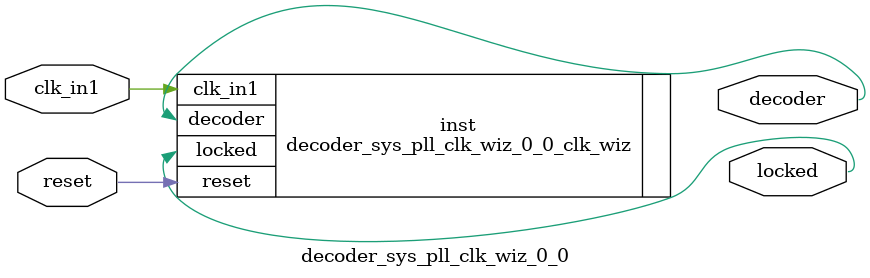
<source format=v>


`timescale 1ps/1ps

(* CORE_GENERATION_INFO = "decoder_sys_pll_clk_wiz_0_0,clk_wiz_v6_0_10_0_0,{component_name=decoder_sys_pll_clk_wiz_0_0,use_phase_alignment=true,use_min_o_jitter=false,use_max_i_jitter=false,use_dyn_phase_shift=false,use_inclk_switchover=false,use_dyn_reconfig=false,enable_axi=0,feedback_source=FDBK_AUTO,PRIMITIVE=MMCM,num_out_clk=1,clkin1_period=10.000,clkin2_period=10.000,use_power_down=false,use_reset=true,use_locked=true,use_inclk_stopped=false,feedback_type=SINGLE,CLOCK_MGR_TYPE=NA,manual_override=false}" *)

module decoder_sys_pll_clk_wiz_0_0 
 (
  // Clock out ports
  output        decoder,
  // Status and control signals
  input         reset,
  output        locked,
 // Clock in ports
  input         clk_in1
 );

  decoder_sys_pll_clk_wiz_0_0_clk_wiz inst
  (
  // Clock out ports  
  .decoder(decoder),
  // Status and control signals               
  .reset(reset), 
  .locked(locked),
 // Clock in ports
  .clk_in1(clk_in1)
  );

endmodule

</source>
